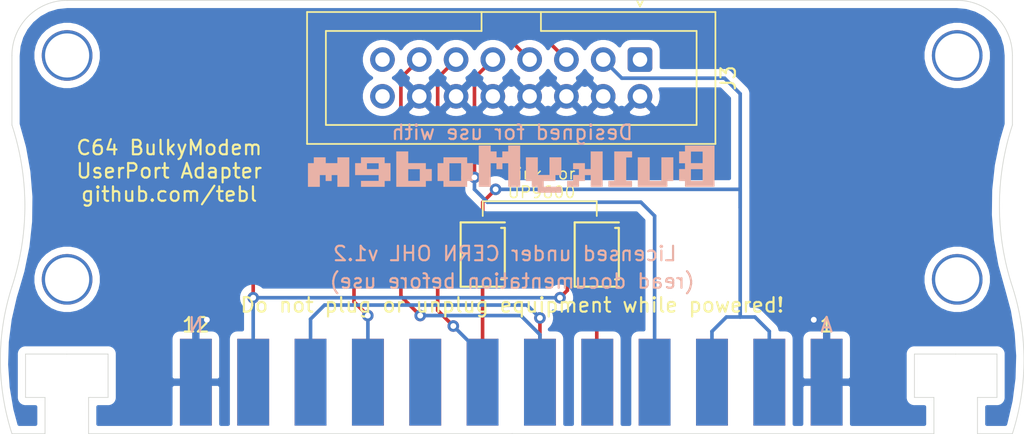
<source format=kicad_pcb>
(kicad_pcb (version 20171130) (host pcbnew "(5.1.8)-1")

  (general
    (thickness 1.6)
    (drawings 39)
    (tracks 73)
    (zones 0)
    (modules 9)
    (nets 11)
  )

  (page A4)
  (layers
    (0 F.Cu signal hide)
    (31 B.Cu signal hide)
    (32 B.Adhes user)
    (33 F.Adhes user)
    (34 B.Paste user)
    (35 F.Paste user)
    (36 B.SilkS user)
    (37 F.SilkS user)
    (38 B.Mask user)
    (39 F.Mask user)
    (40 Dwgs.User user)
    (41 Cmts.User user)
    (42 Eco1.User user)
    (43 Eco2.User user)
    (44 Edge.Cuts user)
    (45 Margin user)
    (46 B.CrtYd user)
    (47 F.CrtYd user)
    (48 B.Fab user)
    (49 F.Fab user)
  )

  (setup
    (last_trace_width 0.25)
    (trace_clearance 0.2)
    (zone_clearance 0.508)
    (zone_45_only no)
    (trace_min 0)
    (via_size 0.8)
    (via_drill 0.4)
    (via_min_size 0.4)
    (via_min_drill 0.3)
    (uvia_size 0.3)
    (uvia_drill 0.1)
    (uvias_allowed no)
    (uvia_min_size 0.2)
    (uvia_min_drill 0.1)
    (edge_width 0.05)
    (segment_width 0.2)
    (pcb_text_width 0.3)
    (pcb_text_size 1.5 1.5)
    (mod_edge_width 0.12)
    (mod_text_size 1 1)
    (mod_text_width 0.15)
    (pad_size 1.524 1.524)
    (pad_drill 0.762)
    (pad_to_mask_clearance 0)
    (aux_axis_origin 0 0)
    (visible_elements 7FFFFFFF)
    (pcbplotparams
      (layerselection 0x010fc_ffffffff)
      (usegerberextensions true)
      (usegerberattributes true)
      (usegerberadvancedattributes true)
      (creategerberjobfile true)
      (excludeedgelayer true)
      (linewidth 0.100000)
      (plotframeref false)
      (viasonmask false)
      (mode 1)
      (useauxorigin false)
      (hpglpennumber 1)
      (hpglpenspeed 20)
      (hpglpendiameter 15.000000)
      (psnegative false)
      (psa4output false)
      (plotreference true)
      (plotvalue true)
      (plotinvisibletext false)
      (padsonsilk false)
      (subtractmaskfromsilk false)
      (outputformat 1)
      (mirror false)
      (drillshape 0)
      (scaleselection 1)
      (outputdirectory "export/"))
  )

  (net 0 "")
  (net 1 GND)
  (net 2 "Net-(J1-Pad6)")
  (net 3 RTS)
  (net 4 DCD)
  (net 5 CTS)
  (net 6 RI)
  (net 7 RXD)
  (net 8 "Net-(J1-Pad7)")
  (net 9 TXD)
  (net 10 "Net-(J1-Pad5)")

  (net_class Default "This is the default net class."
    (clearance 0.2)
    (trace_width 0.25)
    (via_dia 0.8)
    (via_drill 0.4)
    (uvia_dia 0.3)
    (uvia_drill 0.1)
    (add_net CTS)
    (add_net DCD)
    (add_net "Net-(J1-Pad5)")
    (add_net "Net-(J1-Pad6)")
    (add_net "Net-(J1-Pad7)")
    (add_net RI)
    (add_net RTS)
    (add_net RXD)
    (add_net TXD)
  )

  (net_class PWR ""
    (clearance 0.2)
    (trace_width 0.381)
    (via_dia 0.8)
    (via_drill 0.4)
    (uvia_dia 0.3)
    (uvia_drill 0.1)
    (add_net GND)
  )

  (module artwork:BulkyModem_small (layer B.Cu) (tedit 0) (tstamp 64350E87)
    (at 151.5745 90.678 180)
    (fp_text reference G*** (at 0 0) (layer B.SilkS) hide
      (effects (font (size 1.524 1.524) (thickness 0.3)) (justify mirror))
    )
    (fp_text value LOGO (at 0.75 0) (layer B.SilkS) hide
      (effects (font (size 1.524 1.524) (thickness 0.3)) (justify mirror))
    )
    (fp_poly (pts (xy -2.644244 -0.406807) (xy -1.83063 -0.406807) (xy -1.83063 0.813614) (xy -1.017017 0.813614)
      (xy -1.017017 -0.813613) (xy -1.423823 -0.813613) (xy -1.423823 -1.22042) (xy -1.83063 -1.22042)
      (xy -1.83063 -1.627227) (xy -3.457858 -1.627227) (xy -3.457858 -1.22042) (xy -2.237437 -1.22042)
      (xy -2.237437 -0.813613) (xy -3.051051 -0.813613) (xy -3.051051 -0.406807) (xy -3.457858 -0.406807)
      (xy -3.457858 0.813614) (xy -2.644244 0.813614) (xy -2.644244 -0.406807)) (layer B.SilkS) (width 0.01))
    (fp_poly (pts (xy -12.0008 1.220421) (xy -11.593994 1.220421) (xy -11.593994 0.406807) (xy -12.0008 0.406807)
      (xy -12.0008 0) (xy -11.593994 0) (xy -11.593994 -0.813613) (xy -12.0008 -0.813613)
      (xy -12.0008 -1.22042) (xy -14.034834 -1.22042) (xy -14.034834 0) (xy -13.221221 0)
      (xy -13.221221 -0.813613) (xy -12.407607 -0.813613) (xy -12.407607 0) (xy -13.221221 0)
      (xy -14.034834 0) (xy -14.034834 1.220421) (xy -13.221221 1.220421) (xy -13.221221 0.406807)
      (xy -12.407607 0.406807) (xy -12.407607 1.220421) (xy -13.221221 1.220421) (xy -14.034834 1.220421)
      (xy -14.034834 1.627227) (xy -12.0008 1.627227) (xy -12.0008 1.220421)) (layer B.SilkS) (width 0.01))
    (fp_poly (pts (xy -10.373573 -0.813613) (xy -9.55996 -0.813613) (xy -9.55996 0.813614) (xy -8.746346 0.813614)
      (xy -8.746346 -1.22042) (xy -10.78038 -1.22042) (xy -10.78038 -0.813613) (xy -11.187187 -0.813613)
      (xy -11.187187 0.813614) (xy -10.373573 0.813614) (xy -10.373573 -0.813613)) (layer B.SilkS) (width 0.01))
    (fp_poly (pts (xy -7.119119 -0.813613) (xy -6.712312 -0.813613) (xy -6.712312 -1.22042) (xy -8.339539 -1.22042)
      (xy -8.339539 -0.813613) (xy -7.932732 -0.813613) (xy -7.932732 0.813614) (xy -8.339539 0.813614)
      (xy -8.339539 1.220421) (xy -7.119119 1.220421) (xy -7.119119 -0.813613)) (layer B.SilkS) (width 0.01))
    (fp_poly (pts (xy -5.491892 0) (xy -5.085085 0) (xy -5.085085 0.406807) (xy -4.271471 0.406807)
      (xy -4.271471 0) (xy -4.678278 0) (xy -4.678278 -0.406807) (xy -4.271471 -0.406807)
      (xy -4.271471 -0.813613) (xy -3.864664 -0.813613) (xy -3.864664 -1.22042) (xy -4.678278 -1.22042)
      (xy -4.678278 -0.813613) (xy -5.085085 -0.813613) (xy -5.085085 -0.406807) (xy -5.491892 -0.406807)
      (xy -5.491892 -1.22042) (xy -6.305505 -1.22042) (xy -6.305505 1.220421) (xy -5.491892 1.220421)
      (xy -5.491892 0)) (layer B.SilkS) (width 0.01))
    (fp_poly (pts (xy 0.203404 1.220421) (xy 0.610211 1.220421) (xy 0.610211 0.813614) (xy 1.017017 0.813614)
      (xy 1.017017 1.220421) (xy 1.423824 1.220421) (xy 1.423824 1.627227) (xy 2.237438 1.627227)
      (xy 2.237438 -1.22042) (xy 1.423824 -1.22042) (xy 1.423824 0.406807) (xy 1.017017 0.406807)
      (xy 1.017017 0) (xy 0.610211 0) (xy 0.610211 0.406807) (xy 0.203404 0.406807)
      (xy 0.203404 -1.22042) (xy -0.61021 -1.22042) (xy -0.61021 1.627227) (xy 0.203404 1.627227)
      (xy 0.203404 1.220421)) (layer B.SilkS) (width 0.01))
    (fp_poly (pts (xy 4.678279 0.406807) (xy 5.085085 0.406807) (xy 5.085085 -0.813613) (xy 4.678279 -0.813613)
      (xy 4.678279 -1.22042) (xy 3.051051 -1.22042) (xy 3.051051 -0.813613) (xy 2.644245 -0.813613)
      (xy 2.644245 0.406807) (xy 3.051051 0.406807) (xy 3.457858 0.406807) (xy 3.457858 -0.813613)
      (xy 4.271472 -0.813613) (xy 4.271472 0.406807) (xy 3.457858 0.406807) (xy 3.051051 0.406807)
      (xy 3.051051 0.813614) (xy 4.678279 0.813614) (xy 4.678279 0.406807)) (layer B.SilkS) (width 0.01))
    (fp_poly (pts (xy 7.932733 -1.22042) (xy 5.898699 -1.22042) (xy 5.898699 -0.813613) (xy 5.491892 -0.813613)
      (xy 5.491892 0) (xy 5.898699 0) (xy 6.305506 0) (xy 6.305506 -0.813613)
      (xy 7.119119 -0.813613) (xy 7.119119 0) (xy 6.305506 0) (xy 5.898699 0)
      (xy 5.898699 0.406807) (xy 7.119119 0.406807) (xy 7.119119 1.220421) (xy 7.932733 1.220421)
      (xy 7.932733 -1.22042)) (layer B.SilkS) (width 0.01))
    (fp_poly (pts (xy 10.373574 0.406807) (xy 10.780381 0.406807) (xy 10.780381 -0.406807) (xy 9.153153 -0.406807)
      (xy 9.153153 -0.813613) (xy 10.373574 -0.813613) (xy 10.373574 -1.22042) (xy 8.746347 -1.22042)
      (xy 8.746347 -0.813613) (xy 8.33954 -0.813613) (xy 8.33954 0.406807) (xy 8.746347 0.406807)
      (xy 9.153153 0.406807) (xy 9.153153 0) (xy 9.966767 0) (xy 9.966767 0.406807)
      (xy 9.153153 0.406807) (xy 8.746347 0.406807) (xy 8.746347 0.813614) (xy 10.373574 0.813614)
      (xy 10.373574 0.406807)) (layer B.SilkS) (width 0.01))
    (fp_poly (pts (xy 12.000801 0.406807) (xy 12.814415 0.406807) (xy 12.814415 0.813614) (xy 13.628028 0.813614)
      (xy 13.628028 0.406807) (xy 14.034835 0.406807) (xy 14.034835 -1.22042) (xy 13.221222 -1.22042)
      (xy 13.221222 -0.406807) (xy 12.814415 -0.406807) (xy 12.814415 -0.813613) (xy 12.407608 -0.813613)
      (xy 12.407608 -0.406807) (xy 12.000801 -0.406807) (xy 12.000801 -1.22042) (xy 11.187188 -1.22042)
      (xy 11.187188 0.813614) (xy 12.000801 0.813614) (xy 12.000801 0.406807)) (layer B.SilkS) (width 0.01))
  )

  (module BulkyModem:UserPort_Adapter_IDC locked (layer F.Cu) (tedit 62DD3D31) (tstamp 62DDAD5A)
    (at 160.4645 83.105 270)
    (descr "Through hole IDC box header, 2x08, 2.54mm pitch, DIN 41651 / IEC 60603-13, double rows, https://docs.google.com/spreadsheets/d/16SsEcesNF15N3Lb4niX7dcUr-NY5_MFPQhobNuNppn4/edit#gid=0")
    (tags "Through hole vertical IDC box header THT 2x08 2.54mm double row")
    (path /62D951D5)
    (fp_text reference J3 (at 1.27 -6.1 90) (layer F.SilkS)
      (effects (font (size 1 1) (thickness 0.15)))
    )
    (fp_text value C64_Modem_IDC (at 1.27 23.88 90) (layer F.Fab)
      (effects (font (size 1 1) (thickness 0.15)))
    )
    (fp_line (start 6.22 -5.6) (end -3.68 -5.6) (layer F.CrtYd) (width 0.05))
    (fp_line (start 6.22 23.38) (end 6.22 -5.6) (layer F.CrtYd) (width 0.05))
    (fp_line (start -3.68 23.38) (end 6.22 23.38) (layer F.CrtYd) (width 0.05))
    (fp_line (start -3.68 -5.6) (end -3.68 23.38) (layer F.CrtYd) (width 0.05))
    (fp_line (start -4.68 0.5) (end -3.68 0) (layer F.SilkS) (width 0.12))
    (fp_line (start -4.68 -0.5) (end -4.68 0.5) (layer F.SilkS) (width 0.12))
    (fp_line (start -3.68 0) (end -4.68 -0.5) (layer F.SilkS) (width 0.12))
    (fp_line (start -1.98 10.94) (end -3.29 10.94) (layer F.SilkS) (width 0.12))
    (fp_line (start -1.98 10.94) (end -1.98 10.94) (layer F.SilkS) (width 0.12))
    (fp_line (start -1.98 21.69) (end -1.98 10.94) (layer F.SilkS) (width 0.12))
    (fp_line (start 4.52 21.69) (end -1.98 21.69) (layer F.SilkS) (width 0.12))
    (fp_line (start 4.52 -3.91) (end 4.52 21.69) (layer F.SilkS) (width 0.12))
    (fp_line (start -1.98 -3.91) (end 4.52 -3.91) (layer F.SilkS) (width 0.12))
    (fp_line (start -1.98 6.84) (end -1.98 -3.91) (layer F.SilkS) (width 0.12))
    (fp_line (start -3.29 6.84) (end -1.98 6.84) (layer F.SilkS) (width 0.12))
    (fp_line (start -3.29 22.99) (end -3.29 -5.21) (layer F.SilkS) (width 0.12))
    (fp_line (start 5.83 22.99) (end -3.29 22.99) (layer F.SilkS) (width 0.12))
    (fp_line (start 5.83 -5.21) (end 5.83 22.99) (layer F.SilkS) (width 0.12))
    (fp_line (start -3.29 -5.21) (end 5.83 -5.21) (layer F.SilkS) (width 0.12))
    (fp_line (start -1.98 10.94) (end -3.18 10.94) (layer F.Fab) (width 0.1))
    (fp_line (start -1.98 10.94) (end -1.98 10.94) (layer F.Fab) (width 0.1))
    (fp_line (start -1.98 21.69) (end -1.98 10.94) (layer F.Fab) (width 0.1))
    (fp_line (start 4.52 21.69) (end -1.98 21.69) (layer F.Fab) (width 0.1))
    (fp_line (start 4.52 -3.91) (end 4.52 21.69) (layer F.Fab) (width 0.1))
    (fp_line (start -1.98 -3.91) (end 4.52 -3.91) (layer F.Fab) (width 0.1))
    (fp_line (start -1.98 6.84) (end -1.98 -3.91) (layer F.Fab) (width 0.1))
    (fp_line (start -3.18 6.84) (end -1.98 6.84) (layer F.Fab) (width 0.1))
    (fp_line (start -3.18 22.88) (end -3.18 -4.1) (layer F.Fab) (width 0.1))
    (fp_line (start 5.72 22.88) (end -3.18 22.88) (layer F.Fab) (width 0.1))
    (fp_line (start 5.72 -5.1) (end 5.72 22.88) (layer F.Fab) (width 0.1))
    (fp_line (start -2.18 -5.1) (end 5.72 -5.1) (layer F.Fab) (width 0.1))
    (fp_line (start -3.18 -4.1) (end -2.18 -5.1) (layer F.Fab) (width 0.1))
    (fp_text user %R (at 1.27 8.89) (layer F.Fab)
      (effects (font (size 1 1) (thickness 0.15)))
    )
    (pad 1 thru_hole roundrect (at 0 0 270) (size 1.7 1.7) (drill 1) (layers *.Cu *.Mask) (roundrect_rratio 0.147059))
    (pad 2 thru_hole circle (at 0 2.54 270) (size 1.7 1.7) (drill 1) (layers *.Cu *.Mask)
      (net 9 TXD))
    (pad 3 thru_hole circle (at 0 5.08 270) (size 1.7 1.7) (drill 1) (layers *.Cu *.Mask)
      (net 7 RXD))
    (pad 4 thru_hole circle (at 0 7.62 270) (size 1.7 1.7) (drill 1) (layers *.Cu *.Mask)
      (net 3 RTS))
    (pad 5 thru_hole circle (at 0 10.16 270) (size 1.7 1.7) (drill 1) (layers *.Cu *.Mask)
      (net 5 CTS))
    (pad 6 thru_hole circle (at 0 12.7 270) (size 1.7 1.7) (drill 1) (layers *.Cu *.Mask)
      (net 4 DCD))
    (pad 7 thru_hole circle (at 0 15.24 270) (size 1.7 1.7) (drill 1) (layers *.Cu *.Mask)
      (net 6 RI))
    (pad 8 thru_hole circle (at 0 17.78 270) (size 1.7 1.7) (drill 1) (layers *.Cu *.Mask))
    (pad 9 thru_hole circle (at 2.54 0 270) (size 1.7 1.7) (drill 1) (layers *.Cu *.Mask)
      (net 1 GND))
    (pad 10 thru_hole circle (at 2.54 2.54 270) (size 1.7 1.7) (drill 1) (layers *.Cu *.Mask)
      (net 1 GND))
    (pad 11 thru_hole circle (at 2.54 5.08 270) (size 1.7 1.7) (drill 1) (layers *.Cu *.Mask)
      (net 1 GND))
    (pad 12 thru_hole circle (at 2.54 7.62 270) (size 1.7 1.7) (drill 1) (layers *.Cu *.Mask)
      (net 1 GND))
    (pad 13 thru_hole circle (at 2.54 10.16 270) (size 1.7 1.7) (drill 1) (layers *.Cu *.Mask)
      (net 1 GND))
    (pad 14 thru_hole circle (at 2.54 12.7 270) (size 1.7 1.7) (drill 1) (layers *.Cu *.Mask)
      (net 1 GND))
    (pad 15 thru_hole circle (at 2.54 15.24 270) (size 1.7 1.7) (drill 1) (layers *.Cu *.Mask)
      (net 1 GND))
    (pad 16 thru_hole circle (at 2.54 17.78 270) (size 1.7 1.7) (drill 1) (layers *.Cu *.Mask))
    (model ${KISYS3DMOD}/Connector_IDC.3dshapes/IDC-Header_2x08_P2.54mm_Vertical.wrl
      (at (xyz 0 0 0))
      (scale (xyz 1 1 1))
      (rotate (xyz 0 0 0))
    )
  )

  (module C64_User_Port:C64_User-Port (layer F.Cu) (tedit 604806FD) (tstamp 60486C65)
    (at 173.355 105.41)
    (path /60487E42)
    (fp_text reference J1 (at -21.78 4.95) (layer F.SilkS)
      (effects (font (size 1 1) (thickness 0.15)))
    )
    (fp_text value C64_UserPort (at -21.78 12.87) (layer F.Fab)
      (effects (font (size 1 1) (thickness 0.15)))
    )
    (fp_line (start 8.91 8.91) (end 8.91 3.96) (layer Dwgs.User) (width 0.12))
    (fp_line (start -52.47 8.91) (end -52.47 3.96) (layer Dwgs.User) (width 0.12))
    (fp_line (start -48.78 14.47) (end 5.22 14.47) (layer Dwgs.User) (width 0.12))
    (fp_line (start -48.78 9.67) (end -48.78 14.47) (layer Dwgs.User) (width 0.12))
    (fp_line (start -55.98 9.67) (end -48.78 9.67) (layer Dwgs.User) (width 0.12))
    (fp_line (start 5.22 9.67) (end 5.22 14.47) (layer Dwgs.User) (width 0.12))
    (fp_line (start 12.42 9.67) (end 5.22 9.67) (layer Dwgs.User) (width 0.12))
    (fp_line (start -55.98 2.97) (end -55.98 9.67) (layer Dwgs.User) (width 0.12))
    (fp_line (start 12.42 2.97) (end 12.42 9.67) (layer Dwgs.User) (width 0.12))
    (fp_line (start 12.42 2.97) (end -21.78 2.97) (layer Dwgs.User) (width 0.12))
    (fp_line (start -55.98 2.97) (end -21.78 2.97) (layer Dwgs.User) (width 0.12))
    (fp_line (start -45.54 -3.96) (end 1.98 -3.96) (layer F.CrtYd) (width 0.12))
    (fp_line (start 1.98 -3.96) (end 1.98 2.97) (layer F.CrtYd) (width 0.12))
    (fp_line (start 1.98 2.97) (end 12.87 2.97) (layer F.CrtYd) (width 0.12))
    (fp_line (start 12.87 2.97) (end 12.87 14.85) (layer F.CrtYd) (width 0.12))
    (fp_line (start 12.87 14.85) (end -56.43 14.85) (layer F.CrtYd) (width 0.12))
    (fp_line (start -56.43 14.85) (end -56.43 2.97) (layer F.CrtYd) (width 0.12))
    (fp_line (start -56.43 2.97) (end -45.54 2.97) (layer F.CrtYd) (width 0.12))
    (fp_line (start -45.54 2.97) (end -45.54 -3.96) (layer F.CrtYd) (width 0.12))
    (fp_text user N (at -43.56 -3.96) (layer B.SilkS)
      (effects (font (size 1 1) (thickness 0.15)) (justify mirror))
    )
    (fp_text user A (at 0 -3.96) (layer B.SilkS)
      (effects (font (size 1 1) (thickness 0.15)) (justify mirror))
    )
    (fp_text user 12 (at -43.56 -3.96) (layer F.SilkS)
      (effects (font (size 1 1) (thickness 0.15)))
    )
    (fp_text user 1 (at 0 -3.96) (layer F.SilkS)
      (effects (font (size 1 1) (thickness 0.15)))
    )
    (fp_text user "(this side up)" (at -21.78 10.89) (layer Dwgs.User)
      (effects (font (size 1 1) (thickness 0.15)))
    )
    (pad N smd rect (at -43.56 0) (size 2.2 6) (layers B.Cu B.Paste B.Mask)
      (net 1 GND))
    (pad M smd rect (at -39.6 0) (size 2.2 6) (layers B.Cu B.Paste B.Mask)
      (net 7 RXD))
    (pad L smd rect (at -35.64 0) (size 2.2 6) (layers B.Cu B.Paste B.Mask)
      (net 2 "Net-(J1-Pad6)"))
    (pad K smd rect (at -31.68 0) (size 2.2 6) (layers B.Cu B.Paste B.Mask)
      (net 3 RTS))
    (pad J smd rect (at -27.72 0) (size 2.2 6) (layers B.Cu B.Paste B.Mask))
    (pad H smd rect (at -23.76 0) (size 2.2 6) (layers B.Cu B.Paste B.Mask)
      (net 4 DCD))
    (pad 12 smd rect (at -43.56 0) (size 2.2 6) (layers F.Cu F.Paste F.Mask)
      (net 1 GND))
    (pad 11 smd rect (at -39.6 0) (size 2.2 6) (layers F.Cu F.Paste F.Mask))
    (pad 10 smd rect (at -35.64 0) (size 2.2 6) (layers F.Cu F.Paste F.Mask))
    (pad 9 smd rect (at -31.68 0) (size 2.2 6) (layers F.Cu F.Paste F.Mask))
    (pad 8 smd rect (at -27.72 0) (size 2.2 6) (layers F.Cu F.Paste F.Mask))
    (pad 7 smd rect (at -23.76 0) (size 2.2 6) (layers F.Cu F.Paste F.Mask)
      (net 8 "Net-(J1-Pad7)"))
    (pad F smd rect (at -19.8 0) (size 2.2 6) (layers B.Cu B.Paste B.Mask)
      (net 6 RI))
    (pad E smd rect (at -15.84 0) (size 2.2 6) (layers B.Cu B.Paste B.Mask))
    (pad D smd rect (at -11.88 0) (size 2.2 6) (layers B.Cu B.Paste B.Mask)
      (net 5 CTS))
    (pad C smd rect (at -7.92 0) (size 2.2 6) (layers B.Cu B.Paste B.Mask)
      (net 9 TXD))
    (pad B smd rect (at -3.96 0) (size 2.2 6) (layers B.Cu B.Paste B.Mask)
      (net 9 TXD))
    (pad A smd rect (at 0 0) (size 2.2 6) (layers B.Cu B.Paste B.Mask)
      (net 1 GND))
    (pad 6 smd rect (at -19.8 0) (size 2.2 6) (layers F.Cu F.Paste F.Mask)
      (net 2 "Net-(J1-Pad6)"))
    (pad 5 smd rect (at -15.84 0) (size 2.2 6) (layers F.Cu F.Paste F.Mask)
      (net 10 "Net-(J1-Pad5)"))
    (pad 4 smd rect (at -11.88 0) (size 2.2 6) (layers F.Cu F.Paste F.Mask))
    (pad 3 smd rect (at -7.92 0) (size 2.2 6) (layers F.Cu F.Paste F.Mask))
    (pad 2 smd rect (at -3.96 0) (size 2.2 6) (layers F.Cu F.Paste F.Mask))
    (pad 1 smd rect (at 0 0) (size 2.2 6) (layers F.Cu F.Paste F.Mask)
      (net 1 GND))
  )

  (module mounting:M3_pin (layer F.Cu) (tedit 5F76331A) (tstamp 604882C5)
    (at 120.904 98.298)
    (descr "module 1 pin (ou trou mecanique de percage)")
    (tags DEV)
    (path /604E62DD)
    (fp_text reference M1 (at 0 -3.048) (layer F.Fab) hide
      (effects (font (size 1 1) (thickness 0.15)))
    )
    (fp_text value Mounting (at 0 3) (layer F.Fab) hide
      (effects (font (size 1 1) (thickness 0.15)))
    )
    (fp_circle (center 0 0) (end 2 0.8) (layer F.Fab) (width 0.1))
    (fp_circle (center 0 0) (end 2.6 0) (layer F.CrtYd) (width 0.05))
    (pad 1 thru_hole circle (at 0 0) (size 3.5 3.5) (drill 3.048) (layers *.Cu *.Mask)
      (solder_mask_margin 0.8))
  )

  (module mounting:M3_pin (layer F.Cu) (tedit 5F76331A) (tstamp 60487DAB)
    (at 182.372 98.298)
    (descr "module 1 pin (ou trou mecanique de percage)")
    (tags DEV)
    (path /604E7421)
    (fp_text reference M2 (at 0 -3.048) (layer F.Fab) hide
      (effects (font (size 1 1) (thickness 0.15)))
    )
    (fp_text value Mounting (at 0 3) (layer F.Fab) hide
      (effects (font (size 1 1) (thickness 0.15)))
    )
    (fp_circle (center 0 0) (end 2.6 0) (layer F.CrtYd) (width 0.05))
    (fp_circle (center 0 0) (end 2 0.8) (layer F.Fab) (width 0.1))
    (pad 1 thru_hole circle (at 0 0) (size 3.5 3.5) (drill 3.048) (layers *.Cu *.Mask)
      (solder_mask_margin 0.8))
  )

  (module mounting:M3_pin (layer F.Cu) (tedit 5F76331A) (tstamp 60487CF8)
    (at 182.372 82.82)
    (descr "module 1 pin (ou trou mecanique de percage)")
    (tags DEV)
    (path /604E78AD)
    (fp_text reference M3 (at 0 -3.048) (layer F.Fab) hide
      (effects (font (size 1 1) (thickness 0.15)))
    )
    (fp_text value Mounting (at 0 3) (layer F.Fab) hide
      (effects (font (size 1 1) (thickness 0.15)))
    )
    (fp_circle (center 0 0) (end 2 0.8) (layer F.Fab) (width 0.1))
    (fp_circle (center 0 0) (end 2.6 0) (layer F.CrtYd) (width 0.05))
    (pad 1 thru_hole circle (at 0 0) (size 3.5 3.5) (drill 3.048) (layers *.Cu *.Mask)
      (solder_mask_margin 0.8))
  )

  (module mounting:M3_pin (layer F.Cu) (tedit 5F76331A) (tstamp 60487CFE)
    (at 120.904 82.82)
    (descr "module 1 pin (ou trou mecanique de percage)")
    (tags DEV)
    (path /604E7CA7)
    (fp_text reference M4 (at 0 -3.048) (layer F.Fab) hide
      (effects (font (size 1 1) (thickness 0.15)))
    )
    (fp_text value Mounting (at 0 3) (layer F.Fab) hide
      (effects (font (size 1 1) (thickness 0.15)))
    )
    (fp_circle (center 0 0) (end 2.6 0) (layer F.CrtYd) (width 0.05))
    (fp_circle (center 0 0) (end 2 0.8) (layer F.Fab) (width 0.1))
    (pad 1 thru_hole circle (at 0 0) (size 3.5 3.5) (drill 3.048) (layers *.Cu *.Mask)
      (solder_mask_margin 0.8))
  )

  (module solder_bridge:bridge (layer F.Cu) (tedit 6020525F) (tstamp 6434A659)
    (at 157.48 97.536 180)
    (descr "Through hole straight pin header, 1x02, 1.00mm pitch, single row")
    (tags "Through hole pin header THT 1x02 1.00mm single row")
    (path /642FE4A1)
    (fp_text reference JP1 (at 0 -2.54) (layer F.SilkS) hide
      (effects (font (size 1 1) (thickness 0.15)))
    )
    (fp_text value UP9600 (at 0 2.56) (layer F.Fab)
      (effects (font (size 1 1) (thickness 0.15)))
    )
    (fp_line (start -1.27 -0.762) (end -1.524 -0.762) (layer F.SilkS) (width 0.15))
    (fp_line (start 1.524 3.175) (end 1.524 -1.27) (layer F.SilkS) (width 0.15))
    (fp_line (start -1.524 -0.762) (end -1.524 2.794) (layer F.SilkS) (width 0.15))
    (fp_line (start -1.524 3.175) (end 1.524 3.175) (layer F.SilkS) (width 0.15))
    (fp_line (start -1.27 2.794) (end -1.524 2.794) (layer F.SilkS) (width 0.15))
    (fp_line (start 1.524 -1.27) (end -1.524 -1.27) (layer F.SilkS) (width 0.15))
    (fp_text user %R (at 0 3.81 180) (layer F.Fab)
      (effects (font (size 0.76 0.76) (thickness 0.114)))
    )
    (pad 1 smd rect (at 0 0 180) (size 2 1.5) (layers F.Cu F.Paste F.Mask)
      (net 10 "Net-(J1-Pad5)"))
    (pad 2 smd rect (at 0 1.905 180) (size 2 1.5) (layers F.Cu F.Paste F.Mask)
      (net 7 RXD))
    (model ${KISYS3DMOD}/Pin_Headers.3dshapes/Pin_Header_Straight_1x02_Pitch1.00mm.wrl
      (at (xyz 0 0 0))
      (scale (xyz 1 1 1))
      (rotate (xyz 0 0 0))
    )
  )

  (module solder_bridge:bridge (layer F.Cu) (tedit 6020525F) (tstamp 6434A666)
    (at 149.606 97.536 180)
    (descr "Through hole straight pin header, 1x02, 1.00mm pitch, single row")
    (tags "Through hole pin header THT 1x02 1.00mm single row")
    (path /64311086)
    (fp_text reference JP2 (at 0 -2.54) (layer F.SilkS) hide
      (effects (font (size 1 1) (thickness 0.15)))
    )
    (fp_text value UP9600 (at 0 2.56) (layer F.Fab)
      (effects (font (size 1 1) (thickness 0.15)))
    )
    (fp_text user %R (at 0 3.81 180) (layer F.Fab)
      (effects (font (size 0.76 0.76) (thickness 0.114)))
    )
    (fp_line (start 1.524 -1.27) (end -1.524 -1.27) (layer F.SilkS) (width 0.15))
    (fp_line (start -1.27 2.794) (end -1.524 2.794) (layer F.SilkS) (width 0.15))
    (fp_line (start -1.524 3.175) (end 1.524 3.175) (layer F.SilkS) (width 0.15))
    (fp_line (start -1.524 -0.762) (end -1.524 2.794) (layer F.SilkS) (width 0.15))
    (fp_line (start 1.524 3.175) (end 1.524 -1.27) (layer F.SilkS) (width 0.15))
    (fp_line (start -1.27 -0.762) (end -1.524 -0.762) (layer F.SilkS) (width 0.15))
    (pad 2 smd rect (at 0 1.905 180) (size 2 1.5) (layers F.Cu F.Paste F.Mask)
      (net 9 TXD))
    (pad 1 smd rect (at 0 0 180) (size 2 1.5) (layers F.Cu F.Paste F.Mask)
      (net 8 "Net-(J1-Pad7)"))
    (model ${KISYS3DMOD}/Pin_Headers.3dshapes/Pin_Header_Straight_1x02_Pitch1.00mm.wrl
      (at (xyz 0 0 0))
      (scale (xyz 1 1 1))
      (rotate (xyz 0 0 0))
    )
  )

  (gr_text "Link for\nUP9600" (at 153.67 91.6305) (layer F.SilkS)
    (effects (font (size 0.8 0.8) (thickness 0.1)))
  )
  (gr_line (start 157.48 92.9005) (end 157.48 93.9165) (layer F.SilkS) (width 0.12))
  (gr_line (start 149.606 92.9005) (end 157.48 92.9005) (layer F.SilkS) (width 0.12))
  (gr_line (start 149.606 93.9165) (end 149.606 92.9005) (layer F.SilkS) (width 0.12))
  (gr_text "(read documentation before use)" (at 151.638 98.425) (layer B.SilkS) (tstamp 60567D6B)
    (effects (font (size 1 1) (thickness 0.15)) (justify mirror))
  )
  (gr_arc (start 182.372 82.82) (end 186.182 82.82) (angle -90) (layer Edge.Cuts) (width 0.05) (tstamp 6048838D))
  (gr_arc (start 120.904 82.82) (end 120.904 79.01) (angle -90) (layer Edge.Cuts) (width 0.05))
  (gr_arc (start 132.841999 103.886) (end 117.094 98.806001) (angle -35.75739319) (layer Edge.Cuts) (width 0.05) (tstamp 60488325))
  (gr_arc (start 170.434001 103.886001) (end 186.182 108.966) (angle -35.75739319) (layer Edge.Cuts) (width 0.05))
  (gr_line (start 117.094 108.966) (end 119.38 108.966) (layer Edge.Cuts) (width 0.05) (tstamp 6048826F))
  (gr_line (start 118.03368 106.46156) (end 119.38 106.46156) (layer Edge.Cuts) (width 0.05) (tstamp 60488278))
  (gr_line (start 120.88368 103.46156) (end 118.03368 103.46156) (layer Edge.Cuts) (width 0.05) (tstamp 60488277))
  (gr_line (start 122.38736 106.46156) (end 123.73368 106.46156) (layer Edge.Cuts) (width 0.05) (tstamp 60488276))
  (gr_line (start 118.03368 103.46156) (end 118.03368 106.46156) (layer Edge.Cuts) (width 0.05) (tstamp 60488275))
  (gr_line (start 123.73368 103.46156) (end 123.73368 106.46156) (layer Edge.Cuts) (width 0.05) (tstamp 60488274))
  (gr_line (start 119.38 106.46156) (end 119.38 108.966) (layer Edge.Cuts) (width 0.05) (tstamp 60488272))
  (gr_line (start 120.88368 103.46156) (end 123.73368 103.46156) (layer Edge.Cuts) (width 0.05) (tstamp 60488271))
  (gr_line (start 122.38736 106.46156) (end 122.38736 108.966) (layer Edge.Cuts) (width 0.05) (tstamp 60488270))
  (gr_line (start 183.769 106.46156) (end 185.11532 106.46156) (layer Edge.Cuts) (width 0.05) (tstamp 604881EA))
  (gr_line (start 179.41532 106.46156) (end 180.76164 106.46156) (layer Edge.Cuts) (width 0.05) (tstamp 604881E9))
  (gr_line (start 179.41532 103.46156) (end 179.41532 106.46156) (layer Edge.Cuts) (width 0.05) (tstamp 604881E1))
  (gr_line (start 185.11532 103.46156) (end 185.11532 106.46156) (layer Edge.Cuts) (width 0.05) (tstamp 604881D4))
  (gr_line (start 182.26532 103.46156) (end 185.11532 103.46156) (layer Edge.Cuts) (width 0.05) (tstamp 604881CD))
  (gr_line (start 182.26532 103.46156) (end 179.41532 103.46156) (layer Edge.Cuts) (width 0.05) (tstamp 604881C2))
  (gr_line (start 183.769 106.46156) (end 183.769 108.966) (layer Edge.Cuts) (width 0.05) (tstamp 604881BB))
  (gr_line (start 180.76164 106.46156) (end 180.76164 108.966) (layer Edge.Cuts) (width 0.05) (tstamp 604881B1))
  (gr_line (start 186.182 108.966) (end 183.769 108.966) (layer Edge.Cuts) (width 0.05))
  (gr_text "Do not plug or unplug equipment while powered!" (at 151.638 100.076) (layer F.SilkS) (tstamp 60567DB6)
    (effects (font (size 1 1) (thickness 0.15)))
  )
  (gr_text "C64 BulkyModem\nUserPort Adapter\ngithub.com/tebl" (at 127.9525 90.805) (layer F.SilkS) (tstamp 62DA4815)
    (effects (font (size 1 1) (thickness 0.15)))
  )
  (gr_text "Licensed under CERN OHL v1.2" (at 151.13 96.52) (layer B.SilkS)
    (effects (font (size 1 1) (thickness 0.15)) (justify mirror))
  )
  (gr_text "Designed for use with" (at 151.638 88.138) (layer B.SilkS)
    (effects (font (size 1 1) (thickness 0.15)) (justify mirror))
  )
  (gr_line (start 186.182 87.630002) (end 186.182 82.82) (layer Edge.Cuts) (width 0.05) (tstamp 604873BE))
  (gr_line (start 117.094 87.630002) (end 117.094 82.82) (layer Edge.Cuts) (width 0.05) (tstamp 604873BA))
  (gr_arc (start 203.199999 93.218001) (end 186.182 87.630002) (angle -36.3560376) (layer Edge.Cuts) (width 0.05) (tstamp 604873AD))
  (gr_arc (start 100.076001 93.218002) (end 117.094 98.806001) (angle -36.3560376) (layer Edge.Cuts) (width 0.05))
  (gr_line (start 151.638 79.01) (end 182.372 79.01) (layer Edge.Cuts) (width 0.05) (tstamp 6048735C))
  (gr_line (start 151.638 79.01) (end 120.904 79.01) (layer Edge.Cuts) (width 0.05) (tstamp 6048735C))
  (gr_line (start 151.638 108.966) (end 180.76164 108.966) (layer Edge.Cuts) (width 0.05) (tstamp 6048735C))
  (gr_line (start 151.638 108.966) (end 122.38736 108.966) (layer Edge.Cuts) (width 0.05))

  (via (at 130.556 101.092) (size 0.8) (drill 0.4) (layers F.Cu B.Cu) (net 1))
  (segment (start 129.795 101.853) (end 130.556 101.092) (width 0.381) (layer F.Cu) (net 1))
  (segment (start 129.795 105.41) (end 129.795 101.853) (width 0.381) (layer F.Cu) (net 1) (status 10))
  (via (at 172.466 101.092) (size 0.8) (drill 0.4) (layers F.Cu B.Cu) (net 1))
  (segment (start 173.355 101.981) (end 172.466 101.092) (width 0.381) (layer F.Cu) (net 1))
  (segment (start 173.355 105.41) (end 173.355 101.981) (width 0.381) (layer F.Cu) (net 1) (status 10))
  (segment (start 152.666 100.076) (end 153.555 100.965) (width 0.25) (layer B.Cu) (net 2))
  (segment (start 138.684 100.076) (end 152.666 100.076) (width 0.25) (layer B.Cu) (net 2))
  (segment (start 137.715 105.41) (end 137.715 101.045) (width 0.25) (layer B.Cu) (net 2))
  (segment (start 153.555 105.41) (end 153.555 100.965) (width 0.25) (layer F.Cu) (net 2))
  (segment (start 137.715 101.045) (end 138.684 100.076) (width 0.25) (layer B.Cu) (net 2))
  (via (at 153.555 100.965) (size 0.8) (drill 0.4) (layers F.Cu B.Cu) (net 2))
  (via (at 141.6685 100.801) (size 0.8) (drill 0.4) (layers F.Cu B.Cu) (net 3))
  (segment (start 141.675 100.8075) (end 141.6685 100.801) (width 0.25) (layer B.Cu) (net 3))
  (segment (start 141.675 105.41) (end 141.675 100.8075) (width 0.25) (layer B.Cu) (net 3))
  (segment (start 150.9395 81.2) (end 152.8445 83.105) (width 0.25) (layer F.Cu) (net 3))
  (segment (start 141.812 81.2) (end 150.9395 81.2) (width 0.25) (layer F.Cu) (net 3))
  (segment (start 140.716 82.296) (end 141.812 81.2) (width 0.25) (layer F.Cu) (net 3))
  (segment (start 140.716 99.8485) (end 140.716 82.296) (width 0.25) (layer F.Cu) (net 3))
  (segment (start 141.6685 100.801) (end 140.716 99.8485) (width 0.25) (layer F.Cu) (net 3))
  (via (at 147.574 101.526) (size 0.8) (drill 0.4) (layers F.Cu B.Cu) (net 4))
  (segment (start 149.595 103.547) (end 147.574 101.526) (width 0.25) (layer B.Cu) (net 4))
  (segment (start 149.595 105.41) (end 149.595 103.547) (width 0.25) (layer B.Cu) (net 4))
  (segment (start 146.4945 84.375) (end 147.7645 83.105) (width 0.25) (layer F.Cu) (net 4))
  (segment (start 146.4945 100.4465) (end 146.4945 84.375) (width 0.25) (layer F.Cu) (net 4))
  (segment (start 147.574 101.526) (end 146.4945 100.4465) (width 0.25) (layer F.Cu) (net 4))
  (segment (start 161.475 105.41) (end 161.475 93.911) (width 0.25) (layer B.Cu) (net 5))
  (segment (start 161.475 93.911) (end 160.528 92.964) (width 0.25) (layer B.Cu) (net 5))
  (segment (start 149.0345 84.375) (end 149.0345 91.2495) (width 0.25) (layer F.Cu) (net 5))
  (segment (start 150.3045 83.105) (end 149.0345 84.375) (width 0.25) (layer F.Cu) (net 5))
  (via (at 149.0345 91.2495) (size 0.8) (drill 0.4) (layers F.Cu B.Cu) (net 5))
  (segment (start 149.0345 91.2495) (end 149.0345 92.075) (width 0.25) (layer B.Cu) (net 5))
  (segment (start 149.0345 92.075) (end 149.9235 92.964) (width 0.25) (layer B.Cu) (net 5))
  (segment (start 160.528 92.964) (end 149.9235 92.964) (width 0.25) (layer B.Cu) (net 5))
  (via (at 145.288 100.801) (size 0.8) (drill 0.4) (layers F.Cu B.Cu) (net 6))
  (segment (start 143.9545 84.375) (end 145.2245 83.105) (width 0.25) (layer F.Cu) (net 6))
  (segment (start 143.9545 99.4675) (end 143.9545 84.375) (width 0.25) (layer F.Cu) (net 6))
  (segment (start 145.288 100.801) (end 143.9545 99.4675) (width 0.25) (layer F.Cu) (net 6))
  (segment (start 152.236 100.801) (end 145.288 100.801) (width 0.25) (layer B.Cu) (net 6))
  (segment (start 153.555 102.12) (end 152.236 100.801) (width 0.25) (layer B.Cu) (net 6))
  (segment (start 153.555 105.41) (end 153.555 102.12) (width 0.25) (layer B.Cu) (net 6))
  (segment (start 156.337 95.631) (end 157.48 95.631) (width 0.25) (layer F.Cu) (net 7))
  (segment (start 155.448 96.52) (end 156.337 95.631) (width 0.25) (layer F.Cu) (net 7))
  (via (at 154.94 99.568) (size 0.8) (drill 0.4) (layers F.Cu B.Cu) (net 7))
  (segment (start 155.448 99.06) (end 154.94 99.568) (width 0.25) (layer F.Cu) (net 7))
  (segment (start 155.448 96.52) (end 155.448 99.06) (width 0.25) (layer F.Cu) (net 7))
  (segment (start 133.755 99.568) (end 154.94 99.568) (width 0.25) (layer B.Cu) (net 7))
  (segment (start 133.755 105.41) (end 133.755 99.568) (width 0.25) (layer B.Cu) (net 7))
  (via (at 133.755 99.568) (size 0.8) (drill 0.4) (layers F.Cu B.Cu) (net 7))
  (segment (start 133.755 81.1925) (end 133.755 99.568) (width 0.25) (layer F.Cu) (net 7))
  (segment (start 134.3825 80.565) (end 133.755 81.1925) (width 0.25) (layer F.Cu) (net 7))
  (segment (start 152.8445 80.565) (end 134.3825 80.565) (width 0.25) (layer F.Cu) (net 7))
  (segment (start 155.3845 83.105) (end 152.8445 80.565) (width 0.25) (layer F.Cu) (net 7))
  (segment (start 149.595 97.547) (end 149.606 97.536) (width 0.25) (layer F.Cu) (net 8))
  (segment (start 149.595 105.41) (end 149.595 97.547) (width 0.25) (layer F.Cu) (net 8))
  (segment (start 165.435 105.41) (end 165.435 101.9) (width 0.25) (layer B.Cu) (net 9))
  (segment (start 165.435 101.9) (end 166.4335 100.9015) (width 0.25) (layer B.Cu) (net 9))
  (segment (start 169.395 105.41) (end 169.395 101.8945) (width 0.25) (layer B.Cu) (net 9))
  (segment (start 169.395 101.8945) (end 168.402 100.9015) (width 0.25) (layer B.Cu) (net 9))
  (segment (start 167.386 100.9015) (end 168.402 100.9015) (width 0.25) (layer B.Cu) (net 9))
  (segment (start 166.4335 100.9015) (end 167.386 100.9015) (width 0.25) (layer B.Cu) (net 9))
  (segment (start 167.386 93.345) (end 167.386 100.9015) (width 0.25) (layer B.Cu) (net 9))
  (segment (start 167.386 85.471) (end 167.386 93.345) (width 0.25) (layer B.Cu) (net 9))
  (segment (start 166.3065 84.3915) (end 167.386 85.471) (width 0.25) (layer B.Cu) (net 9))
  (segment (start 159.211 84.3915) (end 166.3065 84.3915) (width 0.25) (layer B.Cu) (net 9))
  (segment (start 157.9245 83.105) (end 159.211 84.3915) (width 0.25) (layer B.Cu) (net 9))
  (segment (start 149.606 92.964) (end 150.495 92.075) (width 0.25) (layer F.Cu) (net 9))
  (segment (start 149.606 95.631) (end 149.606 92.964) (width 0.25) (layer F.Cu) (net 9))
  (via (at 150.495 92.075) (size 0.8) (drill 0.4) (layers F.Cu B.Cu) (net 9))
  (segment (start 167.386 92.075) (end 150.495 92.075) (width 0.25) (layer B.Cu) (net 9))
  (segment (start 167.386 93.345) (end 167.386 92.075) (width 0.25) (layer B.Cu) (net 9))
  (segment (start 157.48 105.375) (end 157.515 105.41) (width 0.25) (layer F.Cu) (net 10))
  (segment (start 157.48 97.536) (end 157.48 105.375) (width 0.25) (layer F.Cu) (net 10))

  (zone (net 1) (net_name GND) (layer B.Cu) (tstamp 60486FDC) (hatch edge 0.508)
    (connect_pads (clearance 0.508))
    (min_thickness 0.254)
    (fill yes (arc_segments 32) (thermal_gap 0.508) (thermal_bridge_width 0.508))
    (polygon
      (pts
        (xy 230.505 128.27) (xy 76.2 128.27) (xy 76.2 55.88) (xy 230.505 55.88)
      )
    )
    (filled_polygon
      (pts
        (xy 182.983222 79.733096) (xy 183.571164 79.910606) (xy 184.113436 80.198937) (xy 184.589364 80.587094) (xy 184.980845 81.060314)
        (xy 185.272951 81.600552) (xy 185.454563 82.187244) (xy 185.522001 82.828888) (xy 185.522 87.536069) (xy 185.203233 88.633272)
        (xy 185.199359 88.649408) (xy 185.194788 88.665327) (xy 185.190327 88.685575) (xy 184.853252 90.339105) (xy 184.850071 90.359604)
        (xy 184.846251 90.379972) (xy 184.843716 90.40055) (xy 184.663748 92.078463) (xy 184.66251 92.099171) (xy 184.660624 92.119807)
        (xy 184.660036 92.140533) (xy 184.638772 93.827936) (xy 184.639488 93.84867) (xy 184.639553 93.869391) (xy 184.640919 93.890079)
        (xy 184.778548 95.571994) (xy 184.781211 95.592562) (xy 184.783226 95.613191) (xy 184.786528 95.633629) (xy 184.786532 95.63366)
        (xy 184.786537 95.63368) (xy 185.081833 97.295159) (xy 185.086418 97.315375) (xy 185.090367 97.335733) (xy 185.095585 97.355799)
        (xy 185.545323 98.979921) (xy 185.956889 100.507511) (xy 186.212488 102.038404) (xy 186.317477 103.586929) (xy 186.270857 105.138312)
        (xy 186.073069 106.677738) (xy 185.723783 108.200204) (xy 185.691841 108.306) (xy 184.429 108.306) (xy 184.429 107.12156)
        (xy 185.082901 107.12156) (xy 185.11532 107.124753) (xy 185.147739 107.12156) (xy 185.244703 107.11201) (xy 185.369113 107.07427)
        (xy 185.48377 107.012985) (xy 185.584268 106.930508) (xy 185.666745 106.83001) (xy 185.72803 106.715353) (xy 185.76577 106.590943)
        (xy 185.778513 106.46156) (xy 185.77532 106.429141) (xy 185.77532 103.493979) (xy 185.778513 103.46156) (xy 185.76577 103.332177)
        (xy 185.72803 103.207767) (xy 185.666745 103.09311) (xy 185.584268 102.992612) (xy 185.48377 102.910135) (xy 185.369113 102.84885)
        (xy 185.244703 102.81111) (xy 185.147739 102.80156) (xy 185.11532 102.798367) (xy 185.082901 102.80156) (xy 179.447739 102.80156)
        (xy 179.41532 102.798367) (xy 179.382901 102.80156) (xy 179.285937 102.81111) (xy 179.161527 102.84885) (xy 179.04687 102.910135)
        (xy 178.946372 102.992612) (xy 178.863895 103.09311) (xy 178.80261 103.207767) (xy 178.76487 103.332177) (xy 178.752127 103.46156)
        (xy 178.75532 103.49398) (xy 178.755321 106.429131) (xy 178.752127 106.46156) (xy 178.76487 106.590943) (xy 178.80261 106.715353)
        (xy 178.863895 106.83001) (xy 178.946372 106.930508) (xy 179.04687 107.012985) (xy 179.161527 107.07427) (xy 179.285937 107.11201)
        (xy 179.382901 107.12156) (xy 179.41532 107.124753) (xy 179.447739 107.12156) (xy 180.10164 107.12156) (xy 180.101641 108.306)
        (xy 175.092954 108.306) (xy 175.09 105.69575) (xy 174.93125 105.537) (xy 173.482 105.537) (xy 173.482 105.557)
        (xy 173.228 105.557) (xy 173.228 105.537) (xy 171.77875 105.537) (xy 171.62 105.69575) (xy 171.617046 108.306)
        (xy 171.133072 108.306) (xy 171.133072 102.41) (xy 171.616928 102.41) (xy 171.62 105.12425) (xy 171.77875 105.283)
        (xy 173.228 105.283) (xy 173.228 101.93375) (xy 173.482 101.93375) (xy 173.482 105.283) (xy 174.93125 105.283)
        (xy 175.09 105.12425) (xy 175.093072 102.41) (xy 175.080812 102.285518) (xy 175.044502 102.16582) (xy 174.985537 102.055506)
        (xy 174.906185 101.958815) (xy 174.809494 101.879463) (xy 174.69918 101.820498) (xy 174.579482 101.784188) (xy 174.455 101.771928)
        (xy 173.64075 101.775) (xy 173.482 101.93375) (xy 173.228 101.93375) (xy 173.06925 101.775) (xy 172.255 101.771928)
        (xy 172.130518 101.784188) (xy 172.01082 101.820498) (xy 171.900506 101.879463) (xy 171.803815 101.958815) (xy 171.724463 102.055506)
        (xy 171.665498 102.16582) (xy 171.629188 102.285518) (xy 171.616928 102.41) (xy 171.133072 102.41) (xy 171.120812 102.285518)
        (xy 171.084502 102.16582) (xy 171.025537 102.055506) (xy 170.946185 101.958815) (xy 170.849494 101.879463) (xy 170.73918 101.820498)
        (xy 170.619482 101.784188) (xy 170.495 101.771928) (xy 170.146605 101.771928) (xy 170.144003 101.745514) (xy 170.100546 101.602253)
        (xy 170.09786 101.597227) (xy 170.029974 101.470223) (xy 169.958799 101.383497) (xy 169.935001 101.354499) (xy 169.906003 101.330701)
        (xy 168.965804 100.390502) (xy 168.942001 100.361499) (xy 168.826276 100.266526) (xy 168.694247 100.195954) (xy 168.550986 100.152497)
        (xy 168.439333 100.1415) (xy 168.439322 100.1415) (xy 168.402 100.137824) (xy 168.364678 100.1415) (xy 168.146 100.1415)
        (xy 168.146 98.063098) (xy 179.987 98.063098) (xy 179.987 98.532902) (xy 180.078654 98.993679) (xy 180.25844 99.427721)
        (xy 180.51945 99.818349) (xy 180.851651 100.15055) (xy 181.242279 100.41156) (xy 181.676321 100.591346) (xy 182.137098 100.683)
        (xy 182.606902 100.683) (xy 183.067679 100.591346) (xy 183.501721 100.41156) (xy 183.892349 100.15055) (xy 184.22455 99.818349)
        (xy 184.48556 99.427721) (xy 184.665346 98.993679) (xy 184.757 98.532902) (xy 184.757 98.063098) (xy 184.665346 97.602321)
        (xy 184.48556 97.168279) (xy 184.22455 96.777651) (xy 183.892349 96.44545) (xy 183.501721 96.18444) (xy 183.067679 96.004654)
        (xy 182.606902 95.913) (xy 182.137098 95.913) (xy 181.676321 96.004654) (xy 181.242279 96.18444) (xy 180.851651 96.44545)
        (xy 180.51945 96.777651) (xy 180.25844 97.168279) (xy 180.078654 97.602321) (xy 179.987 98.063098) (xy 168.146 98.063098)
        (xy 168.146 92.112333) (xy 168.149677 92.075) (xy 168.146 92.037667) (xy 168.146 85.508333) (xy 168.149677 85.471)
        (xy 168.135003 85.322014) (xy 168.091546 85.178753) (xy 168.020974 85.046724) (xy 167.949799 84.959997) (xy 167.926001 84.930999)
        (xy 167.897004 84.907202) (xy 166.870304 83.880502) (xy 166.846501 83.851499) (xy 166.730776 83.756526) (xy 166.598747 83.685954)
        (xy 166.455486 83.642497) (xy 166.343833 83.6315) (xy 166.343822 83.6315) (xy 166.3065 83.627824) (xy 166.269178 83.6315)
        (xy 161.952572 83.6315) (xy 161.952572 82.585098) (xy 179.987 82.585098) (xy 179.987 83.054902) (xy 180.078654 83.515679)
        (xy 180.25844 83.949721) (xy 180.51945 84.340349) (xy 180.851651 84.67255) (xy 181.242279 84.93356) (xy 181.676321 85.113346)
        (xy 182.137098 85.205) (xy 182.606902 85.205) (xy 183.067679 85.113346) (xy 183.501721 84.93356) (xy 183.892349 84.67255)
        (xy 184.22455 84.340349) (xy 184.48556 83.949721) (xy 184.665346 83.515679) (xy 184.757 83.054902) (xy 184.757 82.585098)
        (xy 184.665346 82.124321) (xy 184.48556 81.690279) (xy 184.22455 81.299651) (xy 183.892349 80.96745) (xy 183.501721 80.70644)
        (xy 183.067679 80.526654) (xy 182.606902 80.435) (xy 182.137098 80.435) (xy 181.676321 80.526654) (xy 181.242279 80.70644)
        (xy 180.851651 80.96745) (xy 180.51945 81.299651) (xy 180.25844 81.690279) (xy 180.078654 82.124321) (xy 179.987 82.585098)
        (xy 161.952572 82.585098) (xy 161.952572 82.505) (xy 161.935508 82.331746) (xy 161.884972 82.16515) (xy 161.802905 82.011614)
        (xy 161.692462 81.877038) (xy 161.557886 81.766595) (xy 161.40435 81.684528) (xy 161.237754 81.633992) (xy 161.0645 81.616928)
        (xy 159.8645 81.616928) (xy 159.691246 81.633992) (xy 159.52465 81.684528) (xy 159.371114 81.766595) (xy 159.236538 81.877038)
        (xy 159.126095 82.011614) (xy 159.058215 82.138608) (xy 158.871132 81.951525) (xy 158.627911 81.78901) (xy 158.357658 81.677068)
        (xy 158.07076 81.62) (xy 157.77824 81.62) (xy 157.491342 81.677068) (xy 157.221089 81.78901) (xy 156.977868 81.951525)
        (xy 156.771025 82.158368) (xy 156.6545 82.33276) (xy 156.537975 82.158368) (xy 156.331132 81.951525) (xy 156.087911 81.78901)
        (xy 155.817658 81.677068) (xy 155.53076 81.62) (xy 155.23824 81.62) (xy 154.951342 81.677068) (xy 154.681089 81.78901)
        (xy 154.437868 81.951525) (xy 154.231025 82.158368) (xy 154.1145 82.33276) (xy 153.997975 82.158368) (xy 153.791132 81.951525)
        (xy 153.547911 81.78901) (xy 153.277658 81.677068) (xy 152.99076 81.62) (xy 152.69824 81.62) (xy 152.411342 81.677068)
        (xy 152.141089 81.78901) (xy 151.897868 81.951525) (xy 151.691025 82.158368) (xy 151.5745 82.33276) (xy 151.457975 82.158368)
        (xy 151.251132 81.951525) (xy 151.007911 81.78901) (xy 150.737658 81.677068) (xy 150.45076 81.62) (xy 150.15824 81.62)
        (xy 149.871342 81.677068) (xy 149.601089 81.78901) (xy 149.357868 81.951525) (xy 149.151025 82.158368) (xy 149.0345 82.33276)
        (xy 148.917975 82.158368) (xy 148.711132 81.951525) (xy 148.467911 81.78901) (xy 148.197658 81.677068) (xy 147.91076 81.62)
        (xy 147.61824 81.62) (xy 147.331342 81.677068) (xy 147.061089 81.78901) (xy 146.817868 81.951525) (xy 146.611025 82.158368)
        (xy 146.4945 82.33276) (xy 146.377975 82.158368) (xy 146.171132 81.951525) (xy 145.927911 81.78901) (xy 145.657658 81.677068)
        (xy 145.37076 81.62) (xy 145.07824 81.62) (xy 144.791342 81.677068) (xy 144.521089 81.78901) (xy 144.277868 81.951525)
        (xy 144.071025 82.158368) (xy 143.9545 82.33276) (xy 143.837975 82.158368) (xy 143.631132 81.951525) (xy 143.387911 81.78901)
        (xy 143.117658 81.677068) (xy 142.83076 81.62) (xy 142.53824 81.62) (xy 142.251342 81.677068) (xy 141.981089 81.78901)
        (xy 141.737868 81.951525) (xy 141.531025 82.158368) (xy 141.36851 82.401589) (xy 141.256568 82.671842) (xy 141.1995 82.95874)
        (xy 141.1995 83.25126) (xy 141.256568 83.538158) (xy 141.36851 83.808411) (xy 141.531025 84.051632) (xy 141.737868 84.258475)
        (xy 141.91226 84.375) (xy 141.737868 84.491525) (xy 141.531025 84.698368) (xy 141.36851 84.941589) (xy 141.256568 85.211842)
        (xy 141.1995 85.49874) (xy 141.1995 85.79126) (xy 141.256568 86.078158) (xy 141.36851 86.348411) (xy 141.531025 86.591632)
        (xy 141.737868 86.798475) (xy 141.981089 86.96099) (xy 142.251342 87.072932) (xy 142.53824 87.13) (xy 142.83076 87.13)
        (xy 143.117658 87.072932) (xy 143.387911 86.96099) (xy 143.631132 86.798475) (xy 143.75621 86.673397) (xy 144.375708 86.673397)
        (xy 144.453343 86.922472) (xy 144.717383 87.048371) (xy 145.000911 87.120339) (xy 145.293031 87.135611) (xy 145.582519 87.093599)
        (xy 145.858247 86.995919) (xy 145.995657 86.922472) (xy 146.073292 86.673397) (xy 146.915708 86.673397) (xy 146.993343 86.922472)
        (xy 147.257383 87.048371) (xy 147.540911 87.120339) (xy 147.833031 87.135611) (xy 148.122519 87.093599) (xy 148.398247 86.995919)
        (xy 148.535657 86.922472) (xy 148.613292 86.673397) (xy 149.455708 86.673397) (xy 149.533343 86.922472) (xy 149.797383 87.048371)
        (xy 150.080911 87.120339) (xy 150.373031 87.135611) (xy 150.662519 87.093599) (xy 150.938247 86.995919) (xy 151.075657 86.922472)
        (xy 151.153292 86.673397) (xy 151.995708 86.673397) (xy 152.073343 86.922472) (xy 152.337383 87.048371) (xy 152.620911 87.120339)
        (xy 152.913031 87.135611) (xy 153.202519 87.093599) (xy 153.478247 86.995919) (xy 153.615657 86.922472) (xy 153.693292 86.673397)
        (xy 154.535708 86.673397) (xy 154.613343 86.922472) (xy 154.877383 87.048371) (xy 155.160911 87.120339) (xy 155.453031 87.135611)
        (xy 155.742519 87.093599) (xy 156.018247 86.995919) (xy 156.155657 86.922472) (xy 156.233292 86.673397) (xy 157.075708 86.673397)
        (xy 157.153343 86.922472) (xy 157.417383 87.048371) (xy 157.700911 87.120339) (xy 157.993031 87.135611) (xy 158.282519 87.093599)
        (xy 158.558247 86.995919) (xy 158.695657 86.922472) (xy 158.773292 86.673397) (xy 159.615708 86.673397) (xy 159.693343 86.922472)
        (xy 159.957383 87.048371) (xy 160.240911 87.120339) (xy 160.533031 87.135611) (xy 160.822519 87.093599) (xy 161.098247 86.995919)
        (xy 161.235657 86.922472) (xy 161.313292 86.673397) (xy 160.4645 85.824605) (xy 159.615708 86.673397) (xy 158.773292 86.673397)
        (xy 157.9245 85.824605) (xy 157.075708 86.673397) (xy 156.233292 86.673397) (xy 155.3845 85.824605) (xy 154.535708 86.673397)
        (xy 153.693292 86.673397) (xy 152.8445 85.824605) (xy 151.995708 86.673397) (xy 151.153292 86.673397) (xy 150.3045 85.824605)
        (xy 149.455708 86.673397) (xy 148.613292 86.673397) (xy 147.7645 85.824605) (xy 146.915708 86.673397) (xy 146.073292 86.673397)
        (xy 145.2245 85.824605) (xy 144.375708 86.673397) (xy 143.75621 86.673397) (xy 143.837975 86.591632) (xy 143.953811 86.418271)
        (xy 144.196103 86.493792) (xy 145.044895 85.645) (xy 145.404105 85.645) (xy 146.252897 86.493792) (xy 146.4945 86.418486)
        (xy 146.736103 86.493792) (xy 147.584895 85.645) (xy 147.944105 85.645) (xy 148.792897 86.493792) (xy 149.0345 86.418486)
        (xy 149.276103 86.493792) (xy 150.124895 85.645) (xy 150.484105 85.645) (xy 151.332897 86.493792) (xy 151.5745 86.418486)
        (xy 151.816103 86.493792) (xy 152.664895 85.645) (xy 153.024105 85.645) (xy 153.872897 86.493792) (xy 154.1145 86.418486)
        (xy 154.356103 86.493792) (xy 155.204895 85.645) (xy 155.564105 85.645) (xy 156.412897 86.493792) (xy 156.6545 86.418486)
        (xy 156.896103 86.493792) (xy 157.744895 85.645) (xy 156.896103 84.796208) (xy 156.6545 84.871514) (xy 156.412897 84.796208)
        (xy 155.564105 85.645) (xy 155.204895 85.645) (xy 154.356103 84.796208) (xy 154.1145 84.871514) (xy 153.872897 84.796208)
        (xy 153.024105 85.645) (xy 152.664895 85.645) (xy 151.816103 84.796208) (xy 151.5745 84.871514) (xy 151.332897 84.796208)
        (xy 150.484105 85.645) (xy 150.124895 85.645) (xy 149.276103 84.796208) (xy 149.0345 84.871514) (xy 148.792897 84.796208)
        (xy 147.944105 85.645) (xy 147.584895 85.645) (xy 146.736103 84.796208) (xy 146.4945 84.871514) (xy 146.252897 84.796208)
        (xy 145.404105 85.645) (xy 145.044895 85.645) (xy 144.196103 84.796208) (xy 143.953811 84.871729) (xy 143.837975 84.698368)
        (xy 143.631132 84.491525) (xy 143.45674 84.375) (xy 143.631132 84.258475) (xy 143.837975 84.051632) (xy 143.9545 83.87724)
        (xy 144.071025 84.051632) (xy 144.277868 84.258475) (xy 144.451229 84.374311) (xy 144.375708 84.616603) (xy 145.2245 85.465395)
        (xy 146.073292 84.616603) (xy 145.997771 84.374311) (xy 146.171132 84.258475) (xy 146.377975 84.051632) (xy 146.4945 83.87724)
        (xy 146.611025 84.051632) (xy 146.817868 84.258475) (xy 146.991229 84.374311) (xy 146.915708 84.616603) (xy 147.7645 85.465395)
        (xy 148.613292 84.616603) (xy 148.537771 84.374311) (xy 148.711132 84.258475) (xy 148.917975 84.051632) (xy 149.0345 83.87724)
        (xy 149.151025 84.051632) (xy 149.357868 84.258475) (xy 149.531229 84.374311) (xy 149.455708 84.616603) (xy 150.3045 85.465395)
        (xy 151.153292 84.616603) (xy 151.077771 84.374311) (xy 151.251132 84.258475) (xy 151.457975 84.051632) (xy 151.5745 83.87724)
        (xy 151.691025 84.051632) (xy 151.897868 84.258475) (xy 152.071229 84.374311) (xy 151.995708 84.616603) (xy 152.8445 85.465395)
        (xy 153.693292 84.616603) (xy 153.617771 84.374311) (xy 153.791132 84.258475) (xy 153.997975 84.051632) (xy 154.1145 83.87724)
        (xy 154.231025 84.051632) (xy 154.437868 84.258475) (xy 154.611229 84.374311) (xy 154.535708 84.616603) (xy 155.3845 85.465395)
        (xy 156.233292 84.616603) (xy 156.157771 84.374311) (xy 156.331132 84.258475) (xy 156.537975 84.051632) (xy 156.6545 83.87724)
        (xy 156.771025 84.051632) (xy 156.977868 84.258475) (xy 157.151229 84.374311) (xy 157.075708 84.616603) (xy 157.9245 85.465395)
        (xy 157.938643 85.451253) (xy 158.118248 85.630858) (xy 158.104105 85.645) (xy 158.952897 86.493792) (xy 159.1945 86.418486)
        (xy 159.436103 86.493792) (xy 160.284895 85.645) (xy 160.270753 85.630858) (xy 160.450358 85.451253) (xy 160.4645 85.465395)
        (xy 160.478643 85.451253) (xy 160.658248 85.630858) (xy 160.644105 85.645) (xy 161.492897 86.493792) (xy 161.741972 86.416157)
        (xy 161.867871 86.152117) (xy 161.939839 85.868589) (xy 161.955111 85.576469) (xy 161.913099 85.286981) (xy 161.865103 85.1515)
        (xy 165.991699 85.1515) (xy 166.626 85.785802) (xy 166.626001 91.315) (xy 151.198711 91.315) (xy 151.154774 91.271063)
        (xy 150.985256 91.157795) (xy 150.796898 91.079774) (xy 150.596939 91.04) (xy 150.393061 91.04) (xy 150.193102 91.079774)
        (xy 150.066451 91.132235) (xy 150.029726 90.947602) (xy 149.951705 90.759244) (xy 149.838437 90.589726) (xy 149.694274 90.445563)
        (xy 149.524756 90.332295) (xy 149.336398 90.254274) (xy 149.136439 90.2145) (xy 148.932561 90.2145) (xy 148.732602 90.254274)
        (xy 148.544244 90.332295) (xy 148.374726 90.445563) (xy 148.230563 90.589726) (xy 148.117295 90.759244) (xy 148.039274 90.947602)
        (xy 147.9995 91.147561) (xy 147.9995 91.351439) (xy 148.039274 91.551398) (xy 148.117295 91.739756) (xy 148.230563 91.909274)
        (xy 148.2745 91.953211) (xy 148.2745 92.037678) (xy 148.270824 92.075) (xy 148.2745 92.112322) (xy 148.2745 92.112333)
        (xy 148.284613 92.214997) (xy 148.285498 92.223985) (xy 148.328954 92.367246) (xy 148.399526 92.499276) (xy 148.466861 92.581323)
        (xy 148.4945 92.615001) (xy 148.523498 92.638799) (xy 149.3597 93.475002) (xy 149.383499 93.504001) (xy 149.499224 93.598974)
        (xy 149.631253 93.669546) (xy 149.774514 93.713003) (xy 149.886167 93.724) (xy 149.886177 93.724) (xy 149.9235 93.727676)
        (xy 149.960823 93.724) (xy 160.213199 93.724) (xy 160.715001 94.225803) (xy 160.715 101.771928) (xy 160.375 101.771928)
        (xy 160.250518 101.784188) (xy 160.13082 101.820498) (xy 160.020506 101.879463) (xy 159.923815 101.958815) (xy 159.844463 102.055506)
        (xy 159.785498 102.16582) (xy 159.749188 102.285518) (xy 159.736928 102.41) (xy 159.736928 108.306) (xy 159.253072 108.306)
        (xy 159.253072 102.41) (xy 159.240812 102.285518) (xy 159.204502 102.16582) (xy 159.145537 102.055506) (xy 159.066185 101.958815)
        (xy 158.969494 101.879463) (xy 158.85918 101.820498) (xy 158.739482 101.784188) (xy 158.615 101.771928) (xy 156.415 101.771928)
        (xy 156.290518 101.784188) (xy 156.17082 101.820498) (xy 156.060506 101.879463) (xy 155.963815 101.958815) (xy 155.884463 102.055506)
        (xy 155.825498 102.16582) (xy 155.789188 102.285518) (xy 155.776928 102.41) (xy 155.776928 108.306) (xy 155.293072 108.306)
        (xy 155.293072 102.41) (xy 155.280812 102.285518) (xy 155.244502 102.16582) (xy 155.185537 102.055506) (xy 155.106185 101.958815)
        (xy 155.009494 101.879463) (xy 154.89918 101.820498) (xy 154.779482 101.784188) (xy 154.655 101.771928) (xy 154.230706 101.771928)
        (xy 154.224115 101.759596) (xy 154.358937 101.624774) (xy 154.472205 101.455256) (xy 154.550226 101.266898) (xy 154.59 101.066939)
        (xy 154.59 100.863061) (xy 154.550226 100.663102) (xy 154.482087 100.498602) (xy 154.638102 100.563226) (xy 154.838061 100.603)
        (xy 155.041939 100.603) (xy 155.241898 100.563226) (xy 155.430256 100.485205) (xy 155.599774 100.371937) (xy 155.743937 100.227774)
        (xy 155.857205 100.058256) (xy 155.935226 99.869898) (xy 155.975 99.669939) (xy 155.975 99.466061) (xy 155.935226 99.266102)
        (xy 155.857205 99.077744) (xy 155.743937 98.908226) (xy 155.599774 98.764063) (xy 155.430256 98.650795) (xy 155.241898 98.572774)
        (xy 155.041939 98.533) (xy 154.838061 98.533) (xy 154.638102 98.572774) (xy 154.449744 98.650795) (xy 154.280226 98.764063)
        (xy 154.236289 98.808) (xy 134.458711 98.808) (xy 134.414774 98.764063) (xy 134.245256 98.650795) (xy 134.056898 98.572774)
        (xy 133.856939 98.533) (xy 133.653061 98.533) (xy 133.453102 98.572774) (xy 133.264744 98.650795) (xy 133.095226 98.764063)
        (xy 132.951063 98.908226) (xy 132.837795 99.077744) (xy 132.759774 99.266102) (xy 132.72 99.466061) (xy 132.72 99.669939)
        (xy 132.759774 99.869898) (xy 132.837795 100.058256) (xy 132.951063 100.227774) (xy 132.995001 100.271712) (xy 132.995001 101.771928)
        (xy 132.655 101.771928) (xy 132.530518 101.784188) (xy 132.41082 101.820498) (xy 132.300506 101.879463) (xy 132.203815 101.958815)
        (xy 132.124463 102.055506) (xy 132.065498 102.16582) (xy 132.029188 102.285518) (xy 132.016928 102.41) (xy 132.016928 108.306)
        (xy 131.532954 108.306) (xy 131.53 105.69575) (xy 131.37125 105.537) (xy 129.922 105.537) (xy 129.922 105.557)
        (xy 129.668 105.557) (xy 129.668 105.537) (xy 128.21875 105.537) (xy 128.06 105.69575) (xy 128.057046 108.306)
        (xy 123.04736 108.306) (xy 123.04736 107.12156) (xy 123.701261 107.12156) (xy 123.73368 107.124753) (xy 123.766099 107.12156)
        (xy 123.863063 107.11201) (xy 123.987473 107.07427) (xy 124.10213 107.012985) (xy 124.202628 106.930508) (xy 124.285105 106.83001)
        (xy 124.34639 106.715353) (xy 124.38413 106.590943) (xy 124.396873 106.46156) (xy 124.39368 106.429141) (xy 124.39368 103.493979)
        (xy 124.396873 103.46156) (xy 124.38413 103.332177) (xy 124.34639 103.207767) (xy 124.285105 103.09311) (xy 124.202628 102.992612)
        (xy 124.10213 102.910135) (xy 123.987473 102.84885) (xy 123.863063 102.81111) (xy 123.766099 102.80156) (xy 123.73368 102.798367)
        (xy 123.701261 102.80156) (xy 118.066099 102.80156) (xy 118.03368 102.798367) (xy 118.001261 102.80156) (xy 117.904297 102.81111)
        (xy 117.779887 102.84885) (xy 117.66523 102.910135) (xy 117.564732 102.992612) (xy 117.482255 103.09311) (xy 117.42097 103.207767)
        (xy 117.38323 103.332177) (xy 117.370487 103.46156) (xy 117.37368 103.49398) (xy 117.373681 106.429131) (xy 117.370487 106.46156)
        (xy 117.38323 106.590943) (xy 117.42097 106.715353) (xy 117.482255 106.83001) (xy 117.564732 106.930508) (xy 117.66523 107.012985)
        (xy 117.779887 107.07427) (xy 117.904297 107.11201) (xy 118.001261 107.12156) (xy 118.03368 107.124753) (xy 118.066099 107.12156)
        (xy 118.72 107.12156) (xy 118.720001 108.306) (xy 117.599716 108.306) (xy 117.319111 107.264492) (xy 117.063512 105.733596)
        (xy 116.958523 104.185072) (xy 117.005143 102.633689) (xy 117.033882 102.41) (xy 128.056928 102.41) (xy 128.06 105.12425)
        (xy 128.21875 105.283) (xy 129.668 105.283) (xy 129.668 101.93375) (xy 129.922 101.93375) (xy 129.922 105.283)
        (xy 131.37125 105.283) (xy 131.53 105.12425) (xy 131.533072 102.41) (xy 131.520812 102.285518) (xy 131.484502 102.16582)
        (xy 131.425537 102.055506) (xy 131.346185 101.958815) (xy 131.249494 101.879463) (xy 131.13918 101.820498) (xy 131.019482 101.784188)
        (xy 130.895 101.771928) (xy 130.08075 101.775) (xy 129.922 101.93375) (xy 129.668 101.93375) (xy 129.50925 101.775)
        (xy 128.695 101.771928) (xy 128.570518 101.784188) (xy 128.45082 101.820498) (xy 128.340506 101.879463) (xy 128.243815 101.958815)
        (xy 128.164463 102.055506) (xy 128.105498 102.16582) (xy 128.069188 102.285518) (xy 128.056928 102.41) (xy 117.033882 102.41)
        (xy 117.202931 101.094262) (xy 117.552218 99.571793) (xy 117.725831 98.996762) (xy 117.726155 98.995461) (xy 117.727794 98.990135)
        (xy 117.997123 98.063098) (xy 118.519 98.063098) (xy 118.519 98.532902) (xy 118.610654 98.993679) (xy 118.79044 99.427721)
        (xy 119.05145 99.818349) (xy 119.383651 100.15055) (xy 119.774279 100.41156) (xy 120.208321 100.591346) (xy 120.669098 100.683)
        (xy 121.138902 100.683) (xy 121.599679 100.591346) (xy 122.033721 100.41156) (xy 122.424349 100.15055) (xy 122.75655 99.818349)
        (xy 123.01756 99.427721) (xy 123.197346 98.993679) (xy 123.289 98.532902) (xy 123.289 98.063098) (xy 123.197346 97.602321)
        (xy 123.01756 97.168279) (xy 122.75655 96.777651) (xy 122.424349 96.44545) (xy 122.033721 96.18444) (xy 121.599679 96.004654)
        (xy 121.138902 95.913) (xy 120.669098 95.913) (xy 120.208321 96.004654) (xy 119.774279 96.18444) (xy 119.383651 96.44545)
        (xy 119.05145 96.777651) (xy 118.79044 97.168279) (xy 118.610654 97.602321) (xy 118.519 98.063098) (xy 117.997123 98.063098)
        (xy 118.072767 97.802731) (xy 118.076641 97.786595) (xy 118.081212 97.770676) (xy 118.085673 97.750428) (xy 118.422748 96.096898)
        (xy 118.425929 96.076399) (xy 118.429749 96.056031) (xy 118.432284 96.035453) (xy 118.612252 94.35754) (xy 118.61349 94.336832)
        (xy 118.615376 94.316196) (xy 118.615964 94.29547) (xy 118.637228 92.608067) (xy 118.636512 92.587333) (xy 118.636447 92.566613)
        (xy 118.635081 92.545924) (xy 118.497452 90.864009) (xy 118.494789 90.843443) (xy 118.492774 90.822812) (xy 118.489471 90.80237)
        (xy 118.489468 90.802344) (xy 118.489464 90.802327) (xy 118.194167 89.140844) (xy 118.189582 89.120628) (xy 118.185633 89.10027)
        (xy 118.180415 89.080203) (xy 117.754 87.540308) (xy 117.754 82.852279) (xy 117.780197 82.585098) (xy 118.519 82.585098)
        (xy 118.519 83.054902) (xy 118.610654 83.515679) (xy 118.79044 83.949721) (xy 119.05145 84.340349) (xy 119.383651 84.67255)
        (xy 119.774279 84.93356) (xy 120.208321 85.113346) (xy 120.669098 85.205) (xy 121.138902 85.205) (xy 121.599679 85.113346)
        (xy 122.033721 84.93356) (xy 122.424349 84.67255) (xy 122.75655 84.340349) (xy 123.01756 83.949721) (xy 123.197346 83.515679)
        (xy 123.289 83.054902) (xy 123.289 82.585098) (xy 123.197346 82.124321) (xy 123.01756 81.690279) (xy 122.75655 81.299651)
        (xy 122.424349 80.96745) (xy 122.033721 80.70644) (xy 121.599679 80.526654) (xy 121.138902 80.435) (xy 120.669098 80.435)
        (xy 120.208321 80.526654) (xy 119.774279 80.70644) (xy 119.383651 80.96745) (xy 119.05145 81.299651) (xy 118.79044 81.690279)
        (xy 118.610654 82.124321) (xy 118.519 82.585098) (xy 117.780197 82.585098) (xy 117.817096 82.208778) (xy 117.994606 81.620836)
        (xy 118.282937 81.078564) (xy 118.671094 80.602636) (xy 119.144314 80.211155) (xy 119.684552 79.919049) (xy 120.271244 79.737437)
        (xy 120.912879 79.67) (xy 182.339721 79.67)
      )
    )
  )
)

</source>
